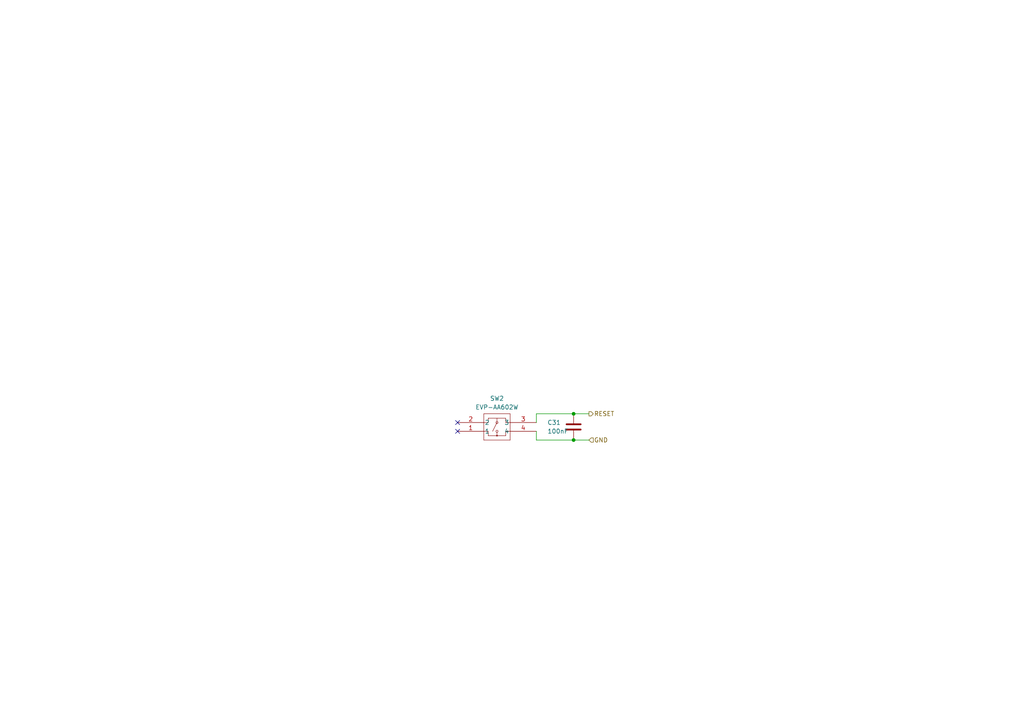
<source format=kicad_sch>
(kicad_sch (version 20250114) (generator "eeschema") (generator_version "9.0")
  (paper "A4")
  (lib_symbols
    (symbol "Common:EVP-AA602W" (pin_names (offset 0.254))
      (property "Reference" "SW" (at 11.43 7.62 0))
      (property "Value" "EVP-AA602W" (at 10.16 5.08 0))
      (symbol "EVP-AA602W_0_1"
        (polyline (pts (xy 7.62 2.54) (xy 7.62 -5.08)) (stroke (width 0.127)))
        (polyline (pts (xy 7.62 0) (xy 8.89 0)) (stroke (width 0.127)))
        (polyline (pts (xy 7.62 -2.54) (xy 8.89 -2.54)) (stroke (width 0.127)))
        (polyline (pts (xy 7.62 -5.08) (xy 15.24 -5.08)) (stroke (width 0.127)))
        (polyline (pts (xy 8.89 1.27) (xy 8.89 0)) (stroke (width 0.127)))
        (polyline (pts (xy 8.89 -2.54) (xy 8.89 -3.81)) (stroke (width 0.127)))
        (polyline (pts (xy 8.89 -3.81) (xy 13.97 -3.81)) (stroke (width 0.127)))
        (circle (center 11.43 1.27) (radius 0.127) (stroke (width 0.2032)))
        (polyline (pts (xy 11.43 0.3175) (xy 11.43 1.27)) (stroke (width 0.127)))
        (circle (center 11.43 0) (radius 0.3048) (stroke (width 0.127)))
        (polyline (pts (xy 11.43 -2.54) (xy 10.16 0)) (stroke (width 0.127)))
        (circle (center 11.43 -2.54) (radius 0.3048) (stroke (width 0.127)))
        (polyline (pts (xy 11.43 -3.81) (xy 11.43 -2.8575)) (stroke (width 0.127)))
        (polyline (pts (xy 13.97 1.27) (xy 8.89 1.27)) (stroke (width 0.127)))
        (polyline (pts (xy 13.97 0) (xy 13.97 1.27)) (stroke (width 0.127)))
        (polyline (pts (xy 13.97 0) (xy 15.24 0)) (stroke (width 0.127)))
        (polyline (pts (xy 13.97 -2.54) (xy 15.24 -2.54)) (stroke (width 0.127)))
        (polyline (pts (xy 13.97 -3.81) (xy 13.97 -2.54)) (stroke (width 0.127)))
        (polyline (pts (xy 15.24 2.54) (xy 7.62 2.54)) (stroke (width 0.127)))
        (polyline (pts (xy 15.24 -5.08) (xy 15.24 2.54)) (stroke (width 0.127)))
      )
      (symbol "EVP-AA602W_1_1"
        (pin passive line (at 0 0 0) (length 7.62) (name "1") (number "1"))
        (pin passive line (at 0 -2.54 0) (length 7.62) (name "2") (number "2"))
        (pin passive line (at 22.86 0 180) (length 7.62) (name "4") (number "4"))
        (pin passive line (at 22.86 -2.54 180) (length 7.62) (name "3") (number "3"))
      )
    )
    (symbol "Device:C" (pin_numbers (hide yes)) (pin_names (offset 0.254))
      (property "Reference" "C" (at 0.635 2.54 0))
      (property "Value" "C" (at 0.635 -2.54 0))
      (symbol "C_0_1"
        (polyline (pts (xy -2.032 0.762) (xy 2.032 0.762)) (stroke (width 0.508)))
        (polyline (pts (xy -2.032 -0.762) (xy 2.032 -0.762)) (stroke (width 0.508)))
      )
      (symbol "C_1_1"
        (pin passive line (at 0 3.81 270) (length 2.794) (name "~") (number "1"))
        (pin passive line (at 0 -3.81 90) (length 2.794) (name "~") (number "2"))
      )
    )
  )
  (junction (at 166.37 120.015))
  (junction (at 166.37 127.635))
  (no_connect (at 132.715 122.555))
  (no_connect (at 132.715 125.095))
  (wire (pts (xy 155.575 125.095) (xy 155.575 127.635)))
  (wire (pts (xy 170.815 120.015) (xy 166.37 120.015)))
  (wire (pts (xy 155.575 120.015) (xy 166.37 120.015)))
  (wire (pts (xy 155.575 127.635) (xy 166.37 127.635)))
  (wire (pts (xy 166.37 127.635) (xy 170.815 127.635)))
  (wire (pts (xy 155.575 120.015) (xy 155.575 122.555)))
  (hierarchical_label "GND" (shape input) (at 170.815 127.635 0))
  (hierarchical_label "RESET" (shape output) (at 170.815 120.015 0))
  (symbol (lib_id "Common:EVP-AA602W") (at 132.715 125.095 0) (mirror x) (unit 1)
    (property "Reference" "SW2" (at 144.145 115.57 0))
    (property "Value" "EVP-AA602W" (at 144.145 118.11 0))
    (property "Footprint" "Common:EVP602AA" (effects (hide yes)))
    (property "Datasheet" "https://www3.panasonic.biz/ac/cdn/e/control/switch/light-touch/catalog/sw_lt_eng_3529s.pdf" (effects (hide yes)))
    (property "Description" "SWITCH TACTILE SPST-NO 0.02A 15V" (effects (hide yes)))
    (property "Manufacturer" "Panasonic" (effects (hide yes)))
    (property "Part Number" "EVP-AA602W" (effects (hide yes)))
  )
  (symbol (lib_id "Device:C") (at 166.37 123.825 0) (unit 1)
    (property "Reference" "C68" (at 158.75 122.555 0) (effects (justify left)))
    (property "Value" "100nF" (at 158.75 125.095 0) (effects (justify left)))
    (property "Footprint" "Capacitor_SMD:C_0402_1005Metric_Pad0.74x0.62mm_HandSolder" (effects (hide yes)))
    (property "Datasheet" "https://search.murata.co.jp/Ceramy/image/img/A01X/G101/ENG/GRM155R61E104KA87-01.pdf" (effects (hide yes)))
    (property "Description" "Unpolarized capacitor" (effects (hide yes)))
    (property "Voltage" "25" (effects (hide yes)))
    (property "Tolerance" "10" (effects (hide yes)))
    (property "Temperture Coefficient" "X5R" (effects (hide yes)))
    (property "Manufacturer" "Murata" (effects (hide yes)))
    (property "Part Number" "GRM155R61E104KA87D" (effects (hide yes)))
    (instances (project "aux_board" (path "" (reference "C31") (unit 1))) (project "openlst-hw" (path "" (reference "C84") (unit 1))) (project "sci_board" (path "" (reference "C68") (unit 1))))
  )
)
</source>
